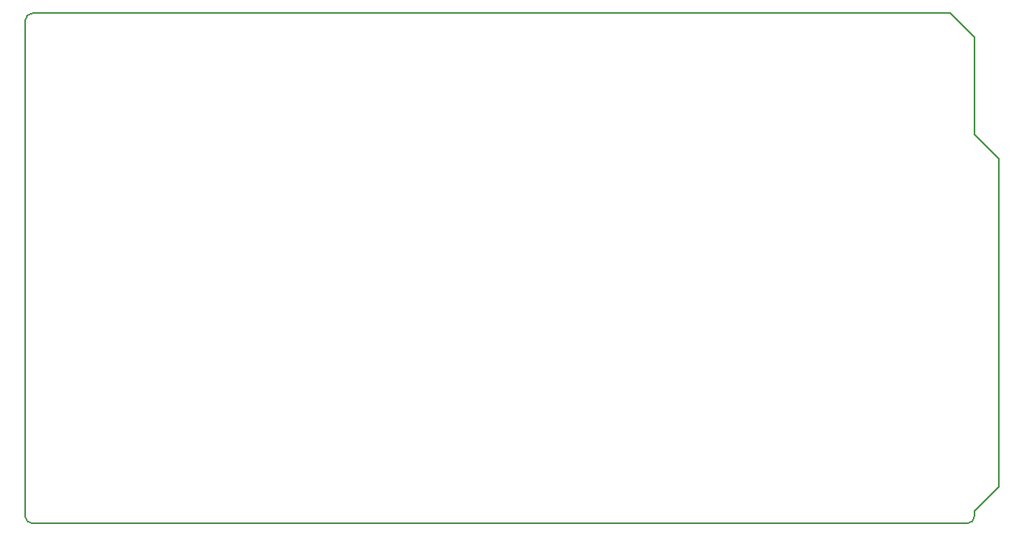
<source format=gbr>
%TF.GenerationSoftware,KiCad,Pcbnew,8.0.8*%
%TF.CreationDate,2025-07-24T20:19:30+03:00*%
%TF.ProjectId,memristor_shield,6d656d72-6973-4746-9f72-5f736869656c,rev?*%
%TF.SameCoordinates,Original*%
%TF.FileFunction,Profile,NP*%
%FSLAX46Y46*%
G04 Gerber Fmt 4.6, Leading zero omitted, Abs format (unit mm)*
G04 Created by KiCad (PCBNEW 8.0.8) date 2025-07-24 20:19:30*
%MOMM*%
%LPD*%
G01*
G04 APERTURE LIST*
%TA.AperFunction,Profile*%
%ADD10C,0.150000*%
%TD*%
G04 APERTURE END LIST*
D10*
X199060000Y-59360000D02*
X201600000Y-61900000D01*
X100000000Y-99238000D02*
X100000000Y-47422000D01*
X201600000Y-61900000D02*
X201600000Y-96190000D01*
X198298000Y-100000000D02*
X100762000Y-100000000D01*
X100762000Y-46660000D02*
X196520000Y-46660000D01*
X100762000Y-100000000D02*
G75*
G02*
X100000000Y-99238000I0J762000D01*
G01*
X201600000Y-96190000D02*
X199060000Y-98730000D01*
X196520000Y-46660000D02*
X199060000Y-49200000D01*
X199060000Y-99238000D02*
G75*
G02*
X198298000Y-100000000I-762000J0D01*
G01*
X199060000Y-49200000D02*
X199060000Y-59360000D01*
X199060000Y-98730000D02*
X199060000Y-99238000D01*
X99998000Y-47430000D02*
G75*
G02*
X100760000Y-46668000I762000J0D01*
G01*
M02*

</source>
